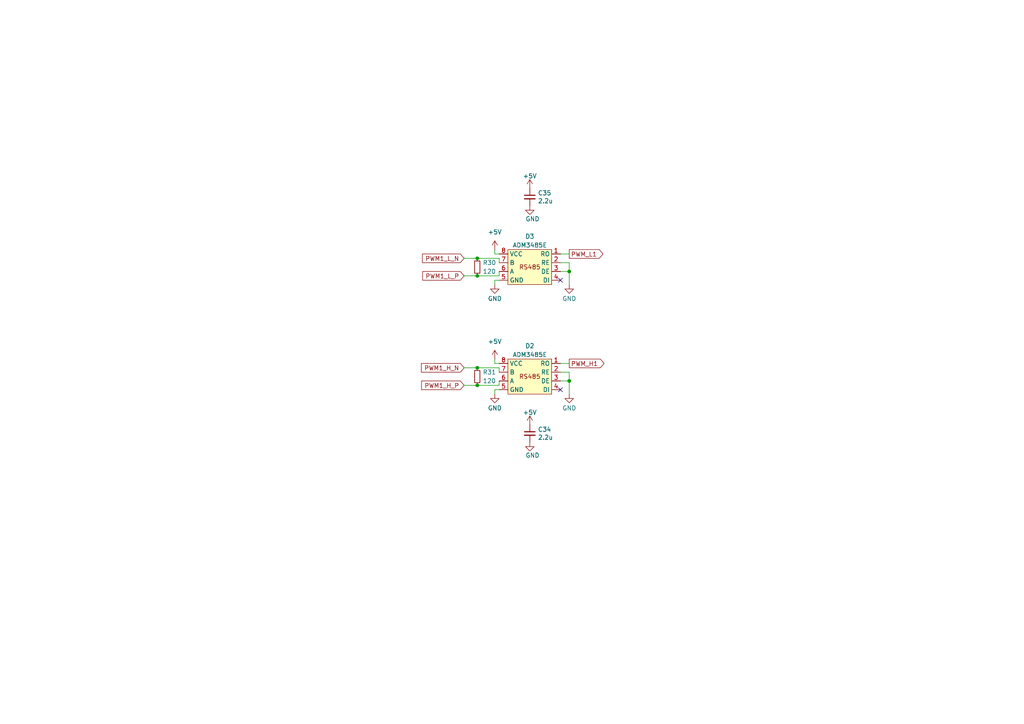
<source format=kicad_sch>
(kicad_sch (version 20231120) (generator "eeschema") (generator_version "8.0")
  (paper "A4")
  (lib_symbols
    (symbol "Device:C_Small" (pin_numbers hide) (pin_names (offset 0.254) hide)
      (property "Reference" "C" (at 0.254 1.778 0))
      (property "Value" "C_Small" (at 0.254 -2.032 0))
      (symbol "C_Small_0_1"
        (polyline (pts (xy -1.524 -0.508) (xy 1.524 -0.508)) (stroke (width 0.3302)))
        (polyline (pts (xy -1.524 0.508) (xy 1.524 0.508)) (stroke (width 0.3048)))
      )
      (symbol "C_Small_1_1"
        (pin passive line (at 0 2.54 270) (length 2.032) (name "~") (number "1"))
        (pin passive line (at 0 -2.54 90) (length 2.032) (name "~") (number "2"))
      )
    )
    (symbol "Device:R_Small" (pin_numbers hide) (pin_names (offset 0.254) hide)
      (property "Reference" "R" (at 0.762 0.508 0))
      (property "Value" "R_Small" (at 0.762 -1.016 0))
      (symbol "R_Small_0_1"
        (rectangle (start -0.762 1.778) (end 0.762 -1.778) (stroke (width 0.2032)))
      )
      (symbol "R_Small_1_1"
        (pin passive line (at 0 2.54 270) (length 0.762) (name "~") (number "1"))
        (pin passive line (at 0 -2.54 90) (length 0.762) (name "~") (number "2"))
      )
    )
    (symbol "Interface_My:ADM3485E_1"
      (property "Reference" "D15" (at 0 2.032 0))
      (property "Value" "ADM3485E" (at 0 -0.508 0))
      (symbol "ADM3485E_1_0_0"
        (rectangle (start -6.35 -2.54) (end 6.35 -12.7) (fill (type background)))
        (text "RS485" (at 0 -7.62 0) (effects (font (size 1.27 1.27))))
      )
      (symbol "ADM3485E_1_1_1"
        (pin input line (at -8.89 -3.81 0) (length 2.54) (name "RO") (number "1"))
        (pin input line (at -8.89 -6.35 0) (length 2.54) (name "RE") (number "2"))
        (pin input line (at -8.89 -8.89 0) (length 2.54) (name "DE") (number "3"))
        (pin input line (at -8.89 -11.43 0) (length 2.54) (name "DI") (number "4"))
        (pin input line (at 8.89 -11.43 180) (length 2.54) (name "GND") (number "5"))
        (pin input line (at 8.89 -8.89 180) (length 2.54) (name "A") (number "6"))
        (pin input line (at 8.89 -6.35 180) (length 2.54) (name "B") (number "7"))
        (pin input line (at 8.89 -3.81 180) (length 2.54) (name "VCC") (number "8"))
      )
    )
    (symbol "power:+5V" (power) (pin_numbers hide) (pin_names (offset 0) hide)
      (property "Value" "+5V" (at 0 3.556 0))
      (symbol "+5V_0_1"
        (polyline (pts (xy -0.762 1.27) (xy 0 2.54)))
        (polyline (pts (xy 0 0) (xy 0 2.54)))
        (polyline (pts (xy 0 2.54) (xy 0.762 1.27)))
      )
      (symbol "+5V_1_1"
        (pin power_in line (at 0 0 90) (length 0) (name "~") (number "1"))
      )
    )
    (symbol "power:GND" (power) (pin_names (offset 0))
      (property "Value" "GND" (at 0 -3.81 0))
      (symbol "GND_0_1"
        (polyline (pts (xy 0 0) (xy 0 -1.27) (xy 1.27 -1.27) (xy 0 -2.54) (xy -1.27 -1.27) (xy 0 -1.27)))
      )
      (symbol "GND_1_1"
        (pin power_in line (at 0 0 270) (length 0) hide (name "GND") (number "1"))
      )
    )
  )
  (junction (at 165.1 110.49))
  (junction (at 138.43 74.93))
  (junction (at 138.43 111.76))
  (junction (at 138.43 80.01))
  (junction (at 165.1 78.74))
  (junction (at 138.43 106.68))
  (no_connect (at 162.56 81.28))
  (no_connect (at 162.56 113.03))
  (wire (pts (xy 134.62 80.01) (xy 138.43 80.01)))
  (wire (pts (xy 138.43 74.93) (xy 144.78 74.93)))
  (wire (pts (xy 162.56 105.41) (xy 165.1 105.41)))
  (wire (pts (xy 162.56 110.49) (xy 165.1 110.49)))
  (wire (pts (xy 144.78 81.28) (xy 143.51 81.28)))
  (wire (pts (xy 138.43 80.01) (xy 144.78 80.01)))
  (wire (pts (xy 143.51 72.39) (xy 143.51 73.66)))
  (wire (pts (xy 165.1 78.74) (xy 165.1 82.55)))
  (wire (pts (xy 144.78 107.95) (xy 144.78 106.68)))
  (wire (pts (xy 134.62 106.68) (xy 138.43 106.68)))
  (wire (pts (xy 144.78 74.93) (xy 144.78 76.2)))
  (wire (pts (xy 162.56 73.66) (xy 165.1 73.66)))
  (wire (pts (xy 162.56 78.74) (xy 165.1 78.74)))
  (wire (pts (xy 134.62 74.93) (xy 138.43 74.93)))
  (wire (pts (xy 144.78 73.66) (xy 143.51 73.66)))
  (wire (pts (xy 144.78 78.74) (xy 144.78 80.01)))
  (wire (pts (xy 138.43 111.76) (xy 144.78 111.76)))
  (wire (pts (xy 138.43 106.68) (xy 144.78 106.68)))
  (wire (pts (xy 143.51 113.03) (xy 143.51 114.3)))
  (wire (pts (xy 162.56 107.95) (xy 165.1 107.95)))
  (wire (pts (xy 162.56 76.2) (xy 165.1 76.2)))
  (wire (pts (xy 143.51 81.28) (xy 143.51 82.55)))
  (wire (pts (xy 165.1 76.2) (xy 165.1 78.74)))
  (wire (pts (xy 144.78 110.49) (xy 144.78 111.76)))
  (wire (pts (xy 165.1 110.49) (xy 165.1 114.3)))
  (wire (pts (xy 134.62 111.76) (xy 138.43 111.76)))
  (wire (pts (xy 165.1 107.95) (xy 165.1 110.49)))
  (wire (pts (xy 143.51 105.41) (xy 143.51 104.14)))
  (wire (pts (xy 144.78 113.03) (xy 143.51 113.03)))
  (wire (pts (xy 144.78 105.41) (xy 143.51 105.41)))
  (global_label "PWM_H1" (shape output) (at 165.1 105.41 0) (property "Intersheetrefs" "${INTERSHEET_REFS}" (effects (hide yes))))
  (global_label "PWM1_L_N" (shape input) (at 134.62 74.93 180) (property "Intersheetrefs" "${INTERSHEET_REFS}" (effects (hide yes))))
  (global_label "PWM1_H_N" (shape input) (at 134.62 106.68 180) (property "Intersheetrefs" "${INTERSHEET_REFS}" (effects (hide yes))))
  (global_label "PWM1_L_P" (shape input) (at 134.62 80.01 180) (property "Intersheetrefs" "${INTERSHEET_REFS}" (effects (hide yes))))
  (global_label "PWM1_H_P" (shape input) (at 134.62 111.76 180) (property "Intersheetrefs" "${INTERSHEET_REFS}" (effects (hide yes))))
  (global_label "PWM_L1" (shape output) (at 165.1 73.66 0) (property "Intersheetrefs" "${INTERSHEET_REFS}" (effects (hide yes))))
  (symbol (lib_id "power:GND") (at 165.1 114.3 0) (unit 1)
    (property "Reference" "#PWR019" (effects (hide yes)))
    (property "Value" "GND" (at 163.068 118.364 0) (effects (justify left)))
  )
  (symbol (lib_id "Device:C_Small") (at 153.67 125.73 0) (unit 1)
    (property "Reference" "C34" (at 156.0068 124.5616 0) (effects (justify left)))
    (property "Value" "2.2u" (at 156.0068 126.873 0) (effects (justify left)))
    (property "Footprint" "Capacitor_SMD:C_0805_2012Metric_Pad1.18x1.45mm_HandSolder" (effects (hide yes)))
  )
  (symbol (lib_id "Interface_My:ADM3485E_1") (at 153.67 69.85 0) (mirror y) (unit 1)
    (property "Reference" "D3" (at 153.67 68.58 0))
    (property "Value" "ADM3485E" (at 153.67 71.12 0))
    (property "Footprint" "Package_SO:SOIC-8_3.9x4.9mm_P1.27mm" (effects (hide yes)))
  )
  (symbol (lib_id "power:+5V") (at 143.51 104.14 0) (unit 1)
    (property "Reference" "#PWR12" (effects (hide yes)))
    (property "Value" "+5V" (at 143.51 99.06 0))
    (property "Description" "Power symbol creates a global label with name \"+5V\"" (effects (hide yes)))
  )
  (symbol (lib_id "power:+5V") (at 153.67 54.61 0) (unit 1)
    (property "Reference" "#PWR147" (effects (hide yes)))
    (property "Value" "+5V" (at 153.67 51.054 0))
    (property "Description" "Power symbol creates a global label with name \"+5V\"" (effects (hide yes)))
  )
  (symbol (lib_id "power:GND") (at 143.51 114.3 0) (unit 1)
    (property "Reference" "#PWR013" (effects (hide yes)))
    (property "Value" "GND" (at 141.478 118.364 0) (effects (justify left)))
  )
  (symbol (lib_id "Interface_My:ADM3485E_1") (at 153.67 101.6 0) (mirror y) (unit 1)
    (property "Reference" "D2" (at 153.67 100.33 0))
    (property "Value" "ADM3485E" (at 153.67 102.87 0))
    (property "Footprint" "Package_SO:SOIC-8_3.9x4.9mm_P1.27mm" (effects (hide yes)))
  )
  (symbol (lib_id "Device:R_Small") (at 138.43 77.47 0) (unit 1)
    (property "Reference" "R30" (at 140.0048 76.1999 0) (effects (justify left)))
    (property "Value" "120" (at 140.0048 78.7399 0) (effects (justify left)))
    (property "Footprint" "Resistor_SMD:R_0805_2012Metric_Pad1.20x1.40mm_HandSolder" (effects (hide yes)))
  )
  (symbol (lib_id "power:GND") (at 153.67 59.69 0) (unit 1)
    (property "Reference" "#PWR0148" (effects (hide yes)))
    (property "Value" "GND" (at 152.4 63.5 0) (effects (justify left)))
  )
  (symbol (lib_id "Device:R_Small") (at 138.43 109.22 0) (unit 1)
    (property "Reference" "R31" (at 140.0048 107.9499 0) (effects (justify left)))
    (property "Value" "120" (at 140.0048 110.4899 0) (effects (justify left)))
    (property "Footprint" "Resistor_SMD:R_0805_2012Metric_Pad1.20x1.40mm_HandSolder" (effects (hide yes)))
  )
  (symbol (lib_id "power:+5V") (at 153.67 123.19 0) (unit 1)
    (property "Reference" "#PWR145" (effects (hide yes)))
    (property "Value" "+5V" (at 153.67 119.634 0))
    (property "Description" "Power symbol creates a global label with name \"+5V\"" (effects (hide yes)))
  )
  (symbol (lib_id "power:GND") (at 165.1 82.55 0) (unit 1)
    (property "Reference" "#PWR015" (effects (hide yes)))
    (property "Value" "GND" (at 163.068 86.614 0) (effects (justify left)))
  )
  (symbol (lib_id "power:+5V") (at 143.51 72.39 0) (unit 1)
    (property "Reference" "#PWR10" (effects (hide yes)))
    (property "Value" "+5V" (at 143.51 67.31 0))
    (property "Description" "Power symbol creates a global label with name \"+5V\"" (effects (hide yes)))
  )
  (symbol (lib_id "power:GND") (at 143.51 82.55 0) (unit 1)
    (property "Reference" "#PWR011" (effects (hide yes)))
    (property "Value" "GND" (at 141.478 86.614 0) (effects (justify left)))
  )
  (symbol (lib_id "Device:C_Small") (at 153.67 57.15 0) (unit 1)
    (property "Reference" "C35" (at 156.0068 55.9816 0) (effects (justify left)))
    (property "Value" "2.2u" (at 156.0068 58.293 0) (effects (justify left)))
    (property "Footprint" "Capacitor_SMD:C_0805_2012Metric_Pad1.18x1.45mm_HandSolder" (effects (hide yes)))
  )
  (symbol (lib_id "power:GND") (at 153.67 128.27 0) (unit 1)
    (property "Reference" "#PWR0146" (effects (hide yes)))
    (property "Value" "GND" (at 152.4 132.08 0) (effects (justify left)))
  )
)
</source>
